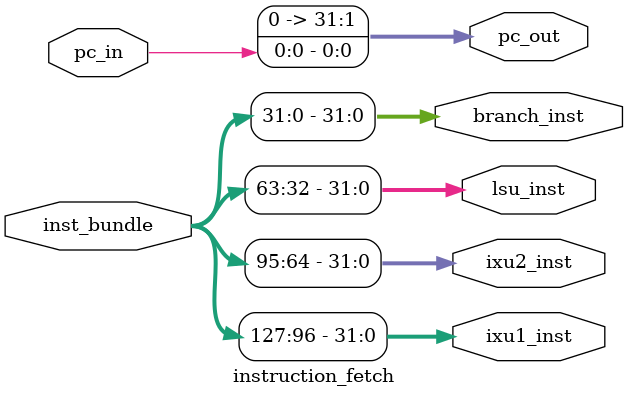
<source format=sv>

module instruction_fetch
(
    input   logic           pc_in,
    input   logic [127:0]   inst_bundle,
    output  logic [31:0]    pc_out,
    output  logic [31:0]    ixu1_inst,
    output  logic [31:0]    ixu2_inst,
    output  logic [31:0]    lsu_inst,
    output  logic [31:0]    branch_inst
);

always_comb begin

    pc_out = pc_in;
    ixu1_inst = inst_bundle[127:96];
    ixu2_inst = inst_bundle[95:64];
    lsu_inst = inst_bundle[63:32];
    branch_inst = inst_bundle[31:0];

end

endmodule
</source>
